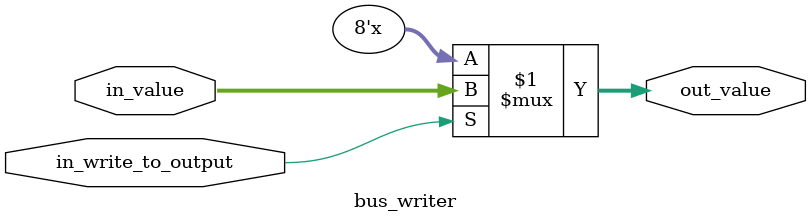
<source format=sv>

`timescale 1us/1us

module bus_writer (
    input [7:0] in_value,
    input in_write_to_output,
    output [7:0] out_value
);

assign out_value = in_write_to_output ? in_value : 8'bZ;

endmodule

</source>
